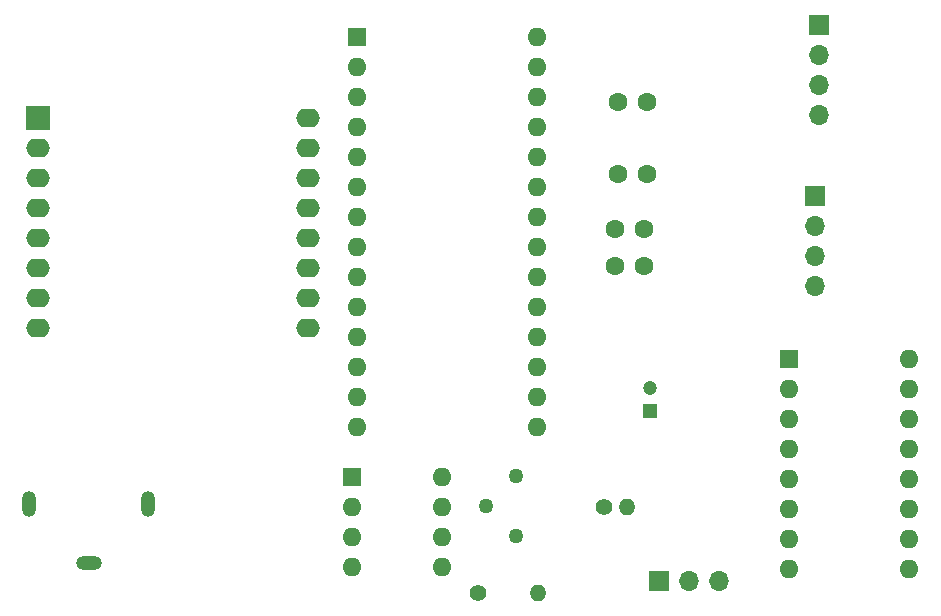
<source format=gbr>
%TF.GenerationSoftware,KiCad,Pcbnew,7.0.6*%
%TF.CreationDate,2023-11-13T16:35:45+01:00*%
%TF.ProjectId,c64sid,63363473-6964-42e6-9b69-6361645f7063,rev?*%
%TF.SameCoordinates,Original*%
%TF.FileFunction,Soldermask,Top*%
%TF.FilePolarity,Negative*%
%FSLAX46Y46*%
G04 Gerber Fmt 4.6, Leading zero omitted, Abs format (unit mm)*
G04 Created by KiCad (PCBNEW 7.0.6) date 2023-11-13 16:35:45*
%MOMM*%
%LPD*%
G01*
G04 APERTURE LIST*
%ADD10R,1.600000X1.600000*%
%ADD11O,1.600000X1.600000*%
%ADD12C,1.600000*%
%ADD13R,1.700000X1.700000*%
%ADD14O,1.700000X1.700000*%
%ADD15C,1.400000*%
%ADD16O,1.400000X1.400000*%
%ADD17O,1.200000X2.200000*%
%ADD18O,2.200000X1.200000*%
%ADD19R,1.200000X1.200000*%
%ADD20C,1.200000*%
%ADD21C,1.260000*%
%ADD22R,2.000000X2.000000*%
%ADD23O,2.000000X1.600000*%
G04 APERTURE END LIST*
D10*
%TO.C,U3*%
X116970000Y-56250000D03*
D11*
X116970000Y-58790000D03*
X116970000Y-61330000D03*
X116970000Y-63870000D03*
X116970000Y-66410000D03*
X116970000Y-68950000D03*
X116970000Y-71490000D03*
X116970000Y-74030000D03*
X116970000Y-76570000D03*
X116970000Y-79110000D03*
X116970000Y-81650000D03*
X116970000Y-84190000D03*
X116970000Y-86730000D03*
X116970000Y-89270000D03*
X132210000Y-89270000D03*
X132210000Y-86730000D03*
X132210000Y-84190000D03*
X132210000Y-81650000D03*
X132210000Y-79110000D03*
X132210000Y-76570000D03*
X132210000Y-74030000D03*
X132210000Y-71490000D03*
X132210000Y-68950000D03*
X132210000Y-66410000D03*
X132210000Y-63870000D03*
X132210000Y-61330000D03*
X132210000Y-58790000D03*
X132210000Y-56250000D03*
%TD*%
D12*
%TO.C,C6*%
X139022300Y-67870000D03*
X141522300Y-67870000D03*
%TD*%
D13*
%TO.C,J1*%
X142500000Y-102300000D03*
D14*
X145040000Y-102300000D03*
X147580000Y-102300000D03*
%TD*%
D15*
%TO.C,R17*%
X137860000Y-96100000D03*
D16*
X139760000Y-96100000D03*
%TD*%
D15*
%TO.C,R18*%
X127210000Y-103350000D03*
D16*
X132290000Y-103350000D03*
%TD*%
D12*
%TO.C,C1*%
X138750000Y-72500000D03*
X141250000Y-72500000D03*
%TD*%
D10*
%TO.C,U5*%
X116520000Y-93500000D03*
D11*
X116520000Y-96040000D03*
X116520000Y-98580000D03*
X116520000Y-101120000D03*
X124140000Y-101120000D03*
X124140000Y-98580000D03*
X124140000Y-96040000D03*
X124140000Y-93500000D03*
%TD*%
D13*
%TO.C,J3*%
X156025000Y-55250000D03*
D14*
X156025000Y-57790000D03*
X156025000Y-60330000D03*
X156025000Y-62870000D03*
%TD*%
D10*
%TO.C,U1*%
X153500000Y-83510000D03*
D11*
X153500000Y-86050000D03*
X153500000Y-88590000D03*
X153500000Y-91130000D03*
X153500000Y-93670000D03*
X153500000Y-96210000D03*
X153500000Y-98750000D03*
X153500000Y-101290000D03*
X163660000Y-101290000D03*
X163660000Y-98750000D03*
X163660000Y-96210000D03*
X163660000Y-93670000D03*
X163660000Y-91130000D03*
X163660000Y-88590000D03*
X163660000Y-86050000D03*
X163660000Y-83510000D03*
%TD*%
D17*
%TO.C,P1*%
X99200000Y-95800000D03*
D18*
X94200000Y-100800000D03*
D17*
X89200000Y-95800000D03*
%TD*%
D19*
%TO.C,C3*%
X141750000Y-87950000D03*
D20*
X141750000Y-85950000D03*
%TD*%
D12*
%TO.C,C2*%
X138750000Y-75650000D03*
X141250000Y-75650000D03*
%TD*%
D21*
%TO.C,RV1*%
X130370000Y-98550000D03*
X127830000Y-96010000D03*
X130370000Y-93470000D03*
%TD*%
D13*
%TO.C,J2*%
X155675000Y-69700000D03*
D14*
X155675000Y-72240000D03*
X155675000Y-74780000D03*
X155675000Y-77320000D03*
%TD*%
D22*
%TO.C,U2*%
X89890000Y-63110000D03*
D23*
X89890000Y-65650000D03*
X89890000Y-68190000D03*
X89890000Y-70730000D03*
X89890000Y-73270000D03*
X89890000Y-75810000D03*
X89890000Y-78350000D03*
X89890000Y-80890000D03*
X112750000Y-80890000D03*
X112750000Y-78350000D03*
X112750000Y-75810000D03*
X112750000Y-73270000D03*
X112750000Y-70730000D03*
X112750000Y-68190000D03*
X112750000Y-65650000D03*
X112750000Y-63110000D03*
%TD*%
D12*
%TO.C,C5*%
X139022300Y-61760000D03*
X141522300Y-61760000D03*
%TD*%
M02*

</source>
